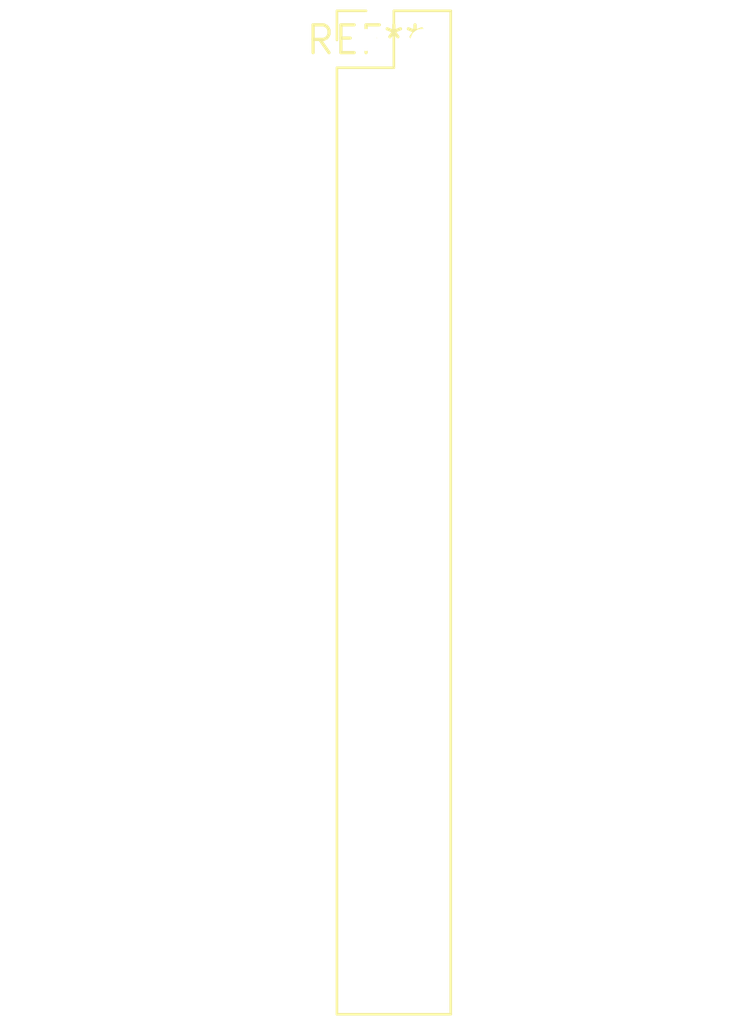
<source format=kicad_pcb>
(kicad_pcb (version 20240108) (generator pcbnew)
  (layers (0 "F.Cu" signal) (31 "B.Cu" signal) (34 "B.Paste" user) (35 "F.Paste" user) (36 "B.SilkS" user "B.Silkscreen") (37 "F.SilkS" user "F.Silkscreen") (38 "B.Mask" user) (39 "F.Mask" user) (44 "Edge.Cuts" user))
  (net 0 "")
  (footprint "PinHeader_2x18_P2.54mm_Vertical" (layer "F.Cu") (at 0 0)
    (property "Reference" "REF**")
    (property "Value" "PinHeader_2x18_P2.54mm_Vertical")
    (fp_line (start -1.33 -1.33) (end 0 -1.33) (layer "F.SilkS") (stroke (width 0.12)))
    (fp_line (start -1.33 0) (end -1.33 -1.33) (layer "F.SilkS") (stroke (width 0.12)))
    (fp_line (start -1.33 1.27) (end -1.33 44.51) (layer "F.SilkS") (stroke (width 0.12)))
    (fp_line (start -1.33 1.27) (end 1.27 1.27) (layer "F.SilkS") (stroke (width 0.12)))
    (fp_line (start -1.33 44.51) (end 3.87 44.51) (layer "F.SilkS") (stroke (width 0.12)))
    (fp_line (start 1.27 -1.33) (end 3.87 -1.33) (layer "F.SilkS") (stroke (width 0.12)))
    (fp_line (start 1.27 1.27) (end 1.27 -1.33) (layer "F.SilkS") (stroke (width 0.12)))
    (fp_line (start 3.87 -1.33) (end 3.87 44.51) (layer "F.SilkS") (stroke (width 0.12)))
    (pad "1" thru_hole rect (at 0 0) (size 1.7 1.7) (drill 1) (layers *.Cu *.Mask) (remove_unused_layers))
    (pad "2" thru_hole oval (at 2.54 0) (size 1.7 1.7) (drill 1) (layers *.Cu *.Mask) (remove_unused_layers))
    (pad "3" thru_hole oval (at 0 2.54) (size 1.7 1.7) (drill 1) (layers *.Cu *.Mask) (remove_unused_layers))
    (pad "4" thru_hole oval (at 2.54 2.54) (size 1.7 1.7) (drill 1) (layers *.Cu *.Mask) (remove_unused_layers))
    (pad "5" thru_hole oval (at 0 5.08) (size 1.7 1.7) (drill 1) (layers *.Cu *.Mask) (remove_unused_layers))
    (pad "6" thru_hole oval (at 2.54 5.08) (size 1.7 1.7) (drill 1) (layers *.Cu *.Mask) (remove_unused_layers))
    (pad "7" thru_hole oval (at 0 7.62) (size 1.7 1.7) (drill 1) (layers *.Cu *.Mask) (remove_unused_layers))
    (pad "8" thru_hole oval (at 2.54 7.62) (size 1.7 1.7) (drill 1) (layers *.Cu *.Mask) (remove_unused_layers))
    (pad "9" thru_hole oval (at 0 10.16) (size 1.7 1.7) (drill 1) (layers *.Cu *.Mask) (remove_unused_layers))
    (pad "10" thru_hole oval (at 2.54 10.16) (size 1.7 1.7) (drill 1) (layers *.Cu *.Mask) (remove_unused_layers))
    (pad "11" thru_hole oval (at 0 12.7) (size 1.7 1.7) (drill 1) (layers *.Cu *.Mask) (remove_unused_layers))
    (pad "12" thru_hole oval (at 2.54 12.7) (size 1.7 1.7) (drill 1) (layers *.Cu *.Mask) (remove_unused_layers))
    (pad "13" thru_hole oval (at 0 15.24) (size 1.7 1.7) (drill 1) (layers *.Cu *.Mask) (remove_unused_layers))
    (pad "14" thru_hole oval (at 2.54 15.24) (size 1.7 1.7) (drill 1) (layers *.Cu *.Mask) (remove_unused_layers))
    (pad "15" thru_hole oval (at 0 17.78) (size 1.7 1.7) (drill 1) (layers *.Cu *.Mask) (remove_unused_layers))
    (pad "16" thru_hole oval (at 2.54 17.78) (size 1.7 1.7) (drill 1) (layers *.Cu *.Mask) (remove_unused_layers))
    (pad "17" thru_hole oval (at 0 20.32) (size 1.7 1.7) (drill 1) (layers *.Cu *.Mask) (remove_unused_layers))
    (pad "18" thru_hole oval (at 2.54 20.32) (size 1.7 1.7) (drill 1) (layers *.Cu *.Mask) (remove_unused_layers))
    (pad "19" thru_hole oval (at 0 22.86) (size 1.7 1.7) (drill 1) (layers *.Cu *.Mask) (remove_unused_layers))
    (pad "20" thru_hole oval (at 2.54 22.86) (size 1.7 1.7) (drill 1) (layers *.Cu *.Mask) (remove_unused_layers))
    (pad "21" thru_hole oval (at 0 25.4) (size 1.7 1.7) (drill 1) (layers *.Cu *.Mask) (remove_unused_layers))
    (pad "22" thru_hole oval (at 2.54 25.4) (size 1.7 1.7) (drill 1) (layers *.Cu *.Mask) (remove_unused_layers))
    (pad "23" thru_hole oval (at 0 27.94) (size 1.7 1.7) (drill 1) (layers *.Cu *.Mask) (remove_unused_layers))
    (pad "24" thru_hole oval (at 2.54 27.94) (size 1.7 1.7) (drill 1) (layers *.Cu *.Mask) (remove_unused_layers))
    (pad "25" thru_hole oval (at 0 30.48) (size 1.7 1.7) (drill 1) (layers *.Cu *.Mask) (remove_unused_layers))
    (pad "26" thru_hole oval (at 2.54 30.48) (size 1.7 1.7) (drill 1) (layers *.Cu *.Mask) (remove_unused_layers))
    (pad "27" thru_hole oval (at 0 33.02) (size 1.7 1.7) (drill 1) (layers *.Cu *.Mask) (remove_unused_layers))
    (pad "28" thru_hole oval (at 2.54 33.02) (size 1.7 1.7) (drill 1) (layers *.Cu *.Mask) (remove_unused_layers))
    (pad "29" thru_hole oval (at 0 35.56) (size 1.7 1.7) (drill 1) (layers *.Cu *.Mask) (remove_unused_layers))
    (pad "30" thru_hole oval (at 2.54 35.56) (size 1.7 1.7) (drill 1) (layers *.Cu *.Mask) (remove_unused_layers))
    (pad "31" thru_hole oval (at 0 38.1) (size 1.7 1.7) (drill 1) (layers *.Cu *.Mask) (remove_unused_layers))
    (pad "32" thru_hole oval (at 2.54 38.1) (size 1.7 1.7) (drill 1) (layers *.Cu *.Mask) (remove_unused_layers))
    (pad "33" thru_hole oval (at 0 40.64) (size 1.7 1.7) (drill 1) (layers *.Cu *.Mask) (remove_unused_layers))
    (pad "34" thru_hole oval (at 2.54 40.64) (size 1.7 1.7) (drill 1) (layers *.Cu *.Mask) (remove_unused_layers))
    (pad "35" thru_hole oval (at 0 43.18) (size 1.7 1.7) (drill 1) (layers *.Cu *.Mask) (remove_unused_layers))
    (pad "36" thru_hole oval (at 2.54 43.18) (size 1.7 1.7) (drill 1) (layers *.Cu *.Mask) (remove_unused_layers))
  )
)
</source>
